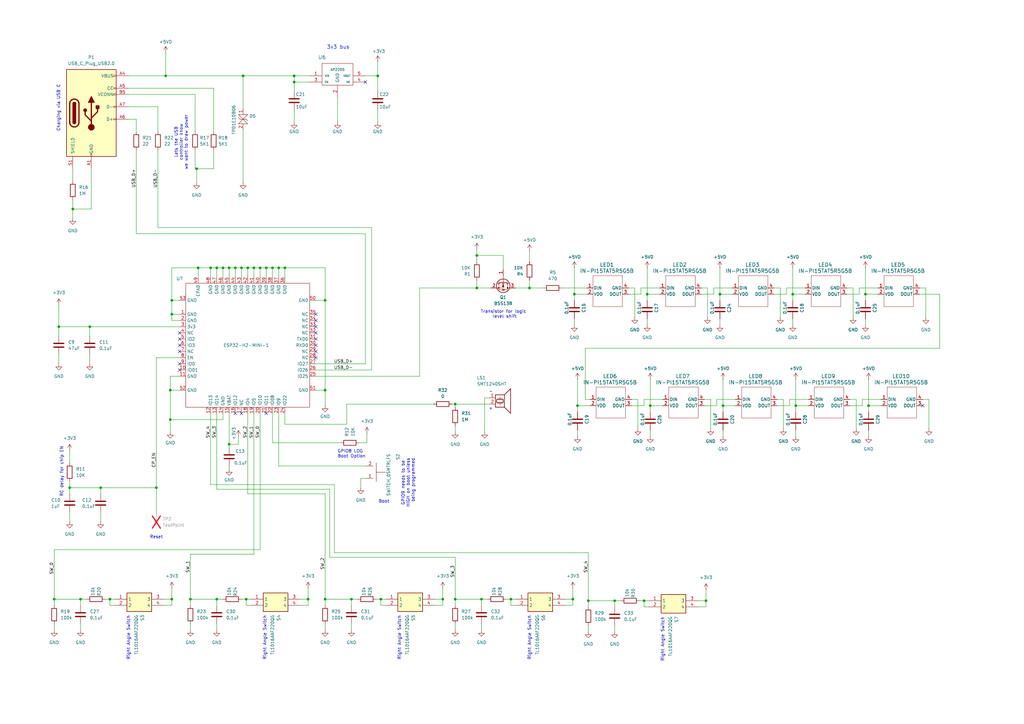
<source format=kicad_sch>
(kicad_sch (version 20250114) (generator "eeschema") (generator_version "9.0")
  (paper "A3")
  (text "3v3 bus" (at 133.985 20.32 0) (effects (font (size 1.524 1.524)) (justify left bottom)))
  (text "Charging via USB C" (at 24.765 53.975 90) (effects (font (size 1.27 1.27)) (justify left bottom)))
  (text "Transistor for logic \nlevel shift" (at 207.01 128.905 0) (effects (font (size 1.27 1.27))))
  (text "Right Angle Switch" (at 52.705 261.62 90) (effects (font (size 1.27 1.27))))
  (text "Right Angle Switch" (at 108.585 261.62 90) (effects (font (size 1.27 1.27))))
  (text "Boot" (at 157.48 205.74 0) (effects (font (size 1.27 1.27))))
  (text "GPIO9 needs to be \nHIGH on boot unless\nbeing programmed" (at 170.18 187.96 90) (effects (font (size 1.27 1.27)) (justify right bottom)))
  (text "GPIO8 LOG\nBoot Option" (at 138.43 187.96 0) (effects (font (size 1.27 1.27)) (justify left bottom)))
  (text "Right Angle Switch" (at 163.83 261.62 90) (effects (font (size 1.27 1.27))))
  (text "-" (at 201.295 160.655 0) (effects (font (size 1.27 1.27))))
  (text "Reset" (at 64.135 220.345 0) (effects (font (size 1.27 1.27))))
  (text "+" (at 201.295 167.64 0) (effects (font (size 1.27 1.27))))
  (text "Lets the USB\ncontroller know\nwe want to draw power" (at 74.295 58.42 90) (effects (font (size 1.27 1.27))))
  (text "RC delay for chip EN" (at 26.035 203.835 90) (effects (font (size 1.27 1.27)) (justify left bottom)))
  (text "Right Angle Switch" (at 217.17 261.62 90) (effects (font (size 1.27 1.27))))
  (text "Right Angle Switch" (at 271.78 262.255 90) (effects (font (size 1.27 1.27))))
  (junction (at 154.94 31.115))
  (junction (at 116.84 109.855))
  (junction (at 93.98 109.855))
  (junction (at 91.44 109.855))
  (junction (at 133.35 245.745))
  (junction (at 41.275 200.025))
  (junction (at 195.58 118.11))
  (junction (at 45.085 245.745))
  (junction (at 296.545 166.37))
  (junction (at 111.76 109.855))
  (junction (at 264.16 246.38))
  (junction (at 104.14 109.855))
  (junction (at 326.39 166.37))
  (junction (at 36.83 133.985))
  (junction (at 109.22 109.855))
  (junction (at 69.85 160.02))
  (junction (at 133.35 160.02))
  (junction (at 120.65 33.655))
  (junction (at 354.965 120.65))
  (junction (at 114.3 109.855))
  (junction (at 96.52 109.855))
  (junction (at 156.21 245.745))
  (junction (at 181.61 245.745))
  (junction (at 241.3 246.38))
  (junction (at 78.105 245.745))
  (junction (at 144.145 245.745))
  (junction (at 69.85 172.085))
  (junction (at 195.58 104.775))
  (junction (at 252.095 246.38))
  (junction (at 217.17 118.11))
  (junction (at 356.235 166.37))
  (junction (at 29.845 85.725))
  (junction (at 209.55 245.745))
  (junction (at 186.69 165.735))
  (junction (at 266.7 166.37))
  (junction (at 80.645 69.215))
  (junction (at 234.95 245.745))
  (junction (at 99.695 31.115))
  (junction (at 70.485 128.905))
  (junction (at 64.135 200.025))
  (junction (at 86.36 109.855))
  (junction (at 106.68 109.855))
  (junction (at 133.35 123.19))
  (junction (at 186.69 245.745))
  (junction (at 22.225 245.745))
  (junction (at 126.365 245.745))
  (junction (at 197.485 245.745))
  (junction (at 235.585 120.65))
  (junction (at 33.02 245.745))
  (junction (at 101.6 109.855))
  (junction (at 100.965 245.745))
  (junction (at 265.43 120.65))
  (junction (at 236.855 166.37))
  (junction (at 70.485 123.19))
  (junction (at 88.9 109.855))
  (junction (at 81.28 109.855))
  (junction (at 88.9 245.745))
  (junction (at 289.56 246.38))
  (junction (at 325.12 120.65))
  (junction (at 28.575 200.025))
  (junction (at 70.485 245.745))
  (junction (at 93.98 182.245))
  (junction (at 67.945 31.115))
  (junction (at 99.06 109.855))
  (junction (at 295.275 120.65))
  (junction (at 120.65 31.115))
  (junction (at 24.13 133.985))
  (no_connect (at 129.54 139.065))
  (no_connect (at 129.54 136.525))
  (no_connect (at 129.54 131.445))
  (no_connect (at 129.54 128.905))
  (no_connect (at 96.52 169.545))
  (no_connect (at 73.66 151.765))
  (no_connect (at 99.06 169.545))
  (no_connect (at 149.86 33.655))
  (no_connect (at 129.54 146.685))
  (no_connect (at 73.66 144.145))
  (no_connect (at 129.54 141.605))
  (no_connect (at 109.22 169.545))
  (no_connect (at 129.54 144.145))
  (no_connect (at 73.66 149.225))
  (no_connect (at 129.54 133.985))
  (no_connect (at 73.66 139.065))
  (no_connect (at 73.66 136.525))
  (no_connect (at 73.66 141.605))
  (no_connect (at 378.46 166.37))
  (wire (pts (xy 231.775 248.285) (xy 234.95 248.285)))
  (wire (pts (xy 106.68 109.855) (xy 109.22 109.855)))
  (wire (pts (xy 91.44 109.855) (xy 93.98 109.855)))
  (wire (pts (xy 45.085 245.745) (xy 45.085 248.285)))
  (wire (pts (xy 377.19 120.65) (xy 385.445 120.65)))
  (wire (pts (xy 69.85 160.02) (xy 69.85 154.305)))
  (wire (pts (xy 111.76 169.545) (xy 111.76 181.61)))
  (wire (pts (xy 111.76 109.855) (xy 114.3 109.855)))
  (wire (pts (xy 123.19 248.285) (xy 126.365 248.285)))
  (wire (pts (xy 78.105 245.745) (xy 78.105 248.285)))
  (wire (pts (xy 73.66 131.445) (xy 70.485 131.445)))
  (wire (pts (xy 138.43 50.165) (xy 138.43 40.005)))
  (wire (pts (xy 93.98 182.245) (xy 97.79 182.245)))
  (wire (pts (xy 287.655 120.65) (xy 292.735 120.65)))
  (wire (pts (xy 133.35 123.19) (xy 133.35 160.02)))
  (wire (pts (xy 24.13 133.985) (xy 24.13 137.795)))
  (wire (pts (xy 28.575 210.185) (xy 28.575 213.995)))
  (wire (pts (xy 147.955 196.215) (xy 147.955 200.025)))
  (wire (pts (xy 154.94 31.115) (xy 154.94 37.465)))
  (wire (pts (xy 240.03 163.83) (xy 240.03 142.875)))
  (wire (pts (xy 356.235 155.575) (xy 356.235 166.37)))
  (wire (pts (xy 135.255 200.66) (xy 88.9 200.66)))
  (wire (pts (xy 326.39 166.37) (xy 326.39 168.91)))
  (wire (pts (xy 206.375 104.775) (xy 195.58 104.775)))
  (wire (pts (xy 28.575 200.025) (xy 28.575 202.565)))
  (wire (pts (xy 133.35 245.745) (xy 133.35 248.285)))
  (wire (pts (xy 88.9 109.855) (xy 91.44 109.855)))
  (wire (pts (xy 93.98 109.855) (xy 93.98 113.665)))
  (wire (pts (xy 235.585 120.65) (xy 235.585 123.19)))
  (wire (pts (xy 144.145 245.745) (xy 146.685 245.745)))
  (wire (pts (xy 241.3 246.38) (xy 241.3 248.92)))
  (wire (pts (xy 80.645 69.215) (xy 80.645 74.93)))
  (wire (pts (xy 265.43 120.65) (xy 270.51 120.65)))
  (wire (pts (xy 325.12 120.65) (xy 330.2 120.65)))
  (wire (pts (xy 147.955 196.215) (xy 150.495 196.215)))
  (wire (pts (xy 209.55 248.285) (xy 211.455 248.285)))
  (wire (pts (xy 257.81 118.11) (xy 260.35 118.11)))
  (wire (pts (xy 29.845 85.725) (xy 37.465 85.725)))
  (wire (pts (xy 88.9 109.855) (xy 88.9 113.665)))
  (wire (pts (xy 144.145 245.745) (xy 144.145 248.285)))
  (wire (pts (xy 70.485 241.3) (xy 70.485 245.745)))
  (wire (pts (xy 93.98 169.545) (xy 93.98 182.245)))
  (wire (pts (xy 116.84 109.855) (xy 116.84 113.665)))
  (wire (pts (xy 86.36 109.855) (xy 86.36 113.665)))
  (wire (pts (xy 29.845 81.915) (xy 29.845 85.725)))
  (wire (pts (xy 99.695 74.93) (xy 99.695 53.34)))
  (wire (pts (xy 86.36 109.855) (xy 88.9 109.855)))
  (wire (pts (xy 133.35 202.565) (xy 101.6 202.565)))
  (wire (pts (xy 135.255 228.6) (xy 186.69 228.6)))
  (wire (pts (xy 257.81 120.65) (xy 262.89 120.65)))
  (wire (pts (xy 295.275 130.81) (xy 295.275 133.35)))
  (wire (pts (xy 52.705 48.895) (xy 55.88 48.895)))
  (wire (pts (xy 64.77 93.345) (xy 152.4 93.345)))
  (wire (pts (xy 101.6 202.565) (xy 101.6 169.545)))
  (wire (pts (xy 133.35 109.855) (xy 133.35 123.19)))
  (wire (pts (xy 137.16 198.755) (xy 86.36 198.755)))
  (wire (pts (xy 147.32 181.61) (xy 150.495 181.61)))
  (wire (pts (xy 296.545 155.575) (xy 296.545 166.37)))
  (wire (pts (xy 211.455 118.11) (xy 217.17 118.11)))
  (wire (pts (xy 262.89 120.65) (xy 262.89 118.11)))
  (wire (pts (xy 81.28 113.665) (xy 81.28 109.855)))
  (wire (pts (xy 69.85 160.02) (xy 73.66 160.02)))
  (wire (pts (xy 133.35 245.745) (xy 144.145 245.745)))
  (wire (pts (xy 296.545 166.37) (xy 301.625 166.37)))
  (wire (pts (xy 70.485 248.285) (xy 70.485 245.745)))
  (wire (pts (xy 37.465 85.725) (xy 37.465 69.215)))
  (wire (pts (xy 265.43 120.65) (xy 265.43 123.19)))
  (wire (pts (xy 209.55 245.745) (xy 207.645 245.745)))
  (wire (pts (xy 323.85 163.83) (xy 331.47 163.83)))
  (wire (pts (xy 381 163.83) (xy 381 175.895)))
  (wire (pts (xy 321.31 163.83) (xy 321.31 175.895)))
  (wire (pts (xy 318.77 163.83) (xy 321.31 163.83)))
  (wire (pts (xy 154.94 50.165) (xy 154.94 45.085)))
  (wire (pts (xy 195.58 114.935) (xy 195.58 118.11)))
  (wire (pts (xy 294.005 163.83) (xy 301.625 163.83)))
  (wire (pts (xy 325.12 109.855) (xy 325.12 120.65)))
  (wire (pts (xy 149.86 95.885) (xy 55.88 95.885)))
  (wire (pts (xy 100.965 245.745) (xy 100.965 248.285)))
  (wire (pts (xy 241.3 246.38) (xy 252.095 246.38)))
  (wire (pts (xy 120.65 45.085) (xy 120.65 50.165)))
  (wire (pts (xy 352.425 120.65) (xy 352.425 118.11)))
  (wire (pts (xy 354.965 120.65) (xy 360.045 120.65)))
  (wire (pts (xy 99.06 109.855) (xy 99.06 113.665)))
  (wire (pts (xy 186.69 245.745) (xy 186.69 248.285)))
  (wire (pts (xy 186.69 245.745) (xy 197.485 245.745)))
  (wire (pts (xy 102.87 245.745) (xy 100.965 245.745)))
  (wire (pts (xy 198.755 163.195) (xy 198.755 177.165)))
  (wire (pts (xy 261.62 163.83) (xy 261.62 175.895)))
  (wire (pts (xy 116.84 173.99) (xy 142.24 173.99)))
  (wire (pts (xy 120.65 33.655) (xy 120.65 37.465)))
  (wire (pts (xy 126.365 241.3) (xy 126.365 245.745)))
  (wire (pts (xy 156.21 248.285) (xy 158.115 248.285)))
  (wire (pts (xy 106.68 169.545) (xy 106.68 225.425)))
  (wire (pts (xy 264.16 166.37) (xy 264.16 163.83)))
  (wire (pts (xy 241.3 226.695) (xy 137.16 226.695)))
  (wire (pts (xy 114.3 109.855) (xy 114.3 113.665)))
  (wire (pts (xy 100.965 245.745) (xy 99.06 245.745)))
  (wire (pts (xy 259.08 166.37) (xy 264.16 166.37)))
  (wire (pts (xy 320.04 118.11) (xy 320.04 130.175)))
  (wire (pts (xy 22.225 245.745) (xy 22.225 225.425)))
  (wire (pts (xy 217.17 102.87) (xy 217.17 107.315)))
  (wire (pts (xy 133.35 245.745) (xy 133.35 202.565)))
  (wire (pts (xy 240.03 142.875) (xy 385.445 142.875)))
  (wire (pts (xy 326.39 155.575) (xy 326.39 166.37)))
  (wire (pts (xy 322.58 118.11) (xy 330.2 118.11)))
  (wire (pts (xy 129.54 149.225) (xy 149.86 149.225)))
  (wire (pts (xy 100.965 248.285) (xy 102.87 248.285)))
  (wire (pts (xy 323.85 166.37) (xy 323.85 163.83)))
  (wire (pts (xy 206.375 110.49) (xy 206.375 104.775)))
  (wire (pts (xy 295.275 120.65) (xy 295.275 123.19)))
  (wire (pts (xy 70.485 128.905) (xy 70.485 123.19)))
  (wire (pts (xy 286.385 248.92) (xy 289.56 248.92)))
  (wire (pts (xy 252.095 246.38) (xy 254.635 246.38)))
  (wire (pts (xy 325.12 120.65) (xy 325.12 123.19)))
  (wire (pts (xy 116.84 169.545) (xy 116.84 173.99)))
  (wire (pts (xy 236.855 166.37) (xy 241.935 166.37)))
  (wire (pts (xy 70.485 123.19) (xy 70.485 109.855)))
  (wire (pts (xy 209.55 245.745) (xy 209.55 248.285)))
  (wire (pts (xy 356.235 176.53) (xy 356.235 179.07)))
  (wire (pts (xy 197.485 255.905) (xy 197.485 258.445)))
  (wire (pts (xy 80.01 38.735) (xy 80.01 53.975)))
  (wire (pts (xy 318.77 166.37) (xy 323.85 166.37)))
  (wire (pts (xy 99.695 31.115) (xy 120.65 31.115)))
  (wire (pts (xy 64.77 61.595) (xy 64.77 93.345)))
  (wire (pts (xy 36.83 145.415) (xy 36.83 149.225)))
  (wire (pts (xy 317.5 118.11) (xy 320.04 118.11)))
  (wire (pts (xy 385.445 142.875) (xy 385.445 120.65)))
  (wire (pts (xy 195.58 102.235) (xy 195.58 104.775)))
  (wire (pts (xy 354.965 109.855) (xy 354.965 120.65)))
  (wire (pts (xy 55.88 61.595) (xy 55.88 95.885)))
  (wire (pts (xy 67.945 31.115) (xy 99.695 31.115)))
  (wire (pts (xy 266.7 176.53) (xy 266.7 179.07)))
  (wire (pts (xy 106.68 109.855) (xy 106.68 113.665)))
  (wire (pts (xy 197.485 245.745) (xy 200.025 245.745)))
  (wire (pts (xy 46.99 245.745) (xy 45.085 245.745)))
  (wire (pts (xy 88.9 245.745) (xy 88.9 248.285)))
  (wire (pts (xy 88.9 200.66) (xy 88.9 169.545)))
  (wire (pts (xy 28.575 200.025) (xy 41.275 200.025)))
  (wire (pts (xy 379.73 118.11) (xy 379.73 130.175)))
  (wire (pts (xy 104.14 227.33) (xy 104.14 169.545)))
  (wire (pts (xy 78.105 255.905) (xy 78.105 258.445)))
  (wire (pts (xy 235.585 130.81) (xy 235.585 133.35)))
  (wire (pts (xy 262.89 118.11) (xy 270.51 118.11)))
  (wire (pts (xy 266.7 155.575) (xy 266.7 166.37)))
  (wire (pts (xy 129.54 154.305) (xy 172.085 154.305)))
  (wire (pts (xy 22.225 245.745) (xy 22.225 248.285)))
  (wire (pts (xy 356.235 166.37) (xy 356.235 168.91)))
  (wire (pts (xy 120.65 31.115) (xy 127 31.115)))
  (wire (pts (xy 137.16 226.695) (xy 137.16 198.755)))
  (wire (pts (xy 356.235 166.37) (xy 361.315 166.37)))
  (wire (pts (xy 185.42 165.735) (xy 186.69 165.735)))
  (wire (pts (xy 33.02 255.905) (xy 33.02 258.445)))
  (wire (pts (xy 70.485 123.19) (xy 73.66 123.19)))
  (wire (pts (xy 149.86 31.115) (xy 154.94 31.115)))
  (wire (pts (xy 326.39 176.53) (xy 326.39 179.07)))
  (wire (pts (xy 289.56 248.92) (xy 289.56 246.38)))
  (wire (pts (xy 22.225 255.905) (xy 22.225 258.445)))
  (wire (pts (xy 109.22 109.855) (xy 111.76 109.855)))
  (wire (pts (xy 186.69 174.625) (xy 186.69 177.165)))
  (wire (pts (xy 288.925 166.37) (xy 294.005 166.37)))
  (wire (pts (xy 22.225 245.745) (xy 33.02 245.745)))
  (wire (pts (xy 116.84 109.855) (xy 133.35 109.855)))
  (wire (pts (xy 78.105 227.33) (xy 78.105 245.745)))
  (wire (pts (xy 52.705 36.195) (xy 87.63 36.195)))
  (wire (pts (xy 41.275 210.185) (xy 41.275 213.995)))
  (wire (pts (xy 78.105 227.33) (xy 104.14 227.33)))
  (wire (pts (xy 289.56 241.935) (xy 289.56 246.38)))
  (wire (pts (xy 88.9 245.745) (xy 91.44 245.745)))
  (wire (pts (xy 96.52 109.855) (xy 99.06 109.855)))
  (wire (pts (xy 88.9 255.905) (xy 88.9 258.445)))
  (wire (pts (xy 24.13 145.415) (xy 24.13 149.225)))
  (wire (pts (xy 234.95 248.285) (xy 234.95 245.745)))
  (wire (pts (xy 348.615 166.37) (xy 353.695 166.37)))
  (wire (pts (xy 129.54 123.19) (xy 133.35 123.19)))
  (wire (pts (xy 111.76 109.855) (xy 111.76 113.665)))
  (wire (pts (xy 97.79 182.245) (xy 97.79 179.07)))
  (wire (pts (xy 101.6 109.855) (xy 104.14 109.855)))
  (wire (pts (xy 80.645 69.215) (xy 80.01 69.215)))
  (wire (pts (xy 172.085 118.11) (xy 195.58 118.11)))
  (wire (pts (xy 64.135 146.685) (xy 73.66 146.685)))
  (wire (pts (xy 294.005 166.37) (xy 294.005 163.83)))
  (wire (pts (xy 241.3 226.695) (xy 241.3 246.38)))
  (wire (pts (xy 36.83 133.985) (xy 36.83 137.795)))
  (wire (pts (xy 70.485 109.855) (xy 81.28 109.855)))
  (wire (pts (xy 52.705 31.115) (xy 67.945 31.115)))
  (wire (pts (xy 241.3 256.54) (xy 241.3 259.08)))
  (wire (pts (xy 135.255 200.66) (xy 135.255 228.6)))
  (wire (pts (xy 114.3 191.135) (xy 150.495 191.135)))
  (wire (pts (xy 264.16 246.38) (xy 262.255 246.38)))
  (wire (pts (xy 317.5 120.65) (xy 322.58 120.65)))
  (wire (pts (xy 154.94 31.115) (xy 154.94 25.4)))
  (wire (pts (xy 129.54 160.02) (xy 133.35 160.02)))
  (wire (pts (xy 45.085 245.745) (xy 43.18 245.745)))
  (wire (pts (xy 217.17 118.11) (xy 222.885 118.11)))
  (wire (pts (xy 353.695 166.37) (xy 353.695 163.83)))
  (wire (pts (xy 172.085 154.305) (xy 172.085 118.11)))
  (wire (pts (xy 234.95 241.3) (xy 234.95 245.745)))
  (wire (pts (xy 67.31 245.745) (xy 70.485 245.745)))
  (wire (pts (xy 186.69 255.905) (xy 186.69 258.445)))
  (wire (pts (xy 144.145 255.905) (xy 144.145 258.445)))
  (wire (pts (xy 87.63 69.215) (xy 87.63 61.595)))
  (wire (pts (xy 64.135 200.025) (xy 64.135 210.82)))
  (wire (pts (xy 230.505 118.11) (xy 240.665 118.11)))
  (wire (pts (xy 111.76 181.61) (xy 139.7 181.61)))
  (wire (pts (xy 78.105 245.745) (xy 88.9 245.745)))
  (wire (pts (xy 211.455 245.745) (xy 209.55 245.745)))
  (wire (pts (xy 235.585 109.855) (xy 235.585 120.65)))
  (wire (pts (xy 181.61 241.3) (xy 181.61 245.745)))
  (wire (pts (xy 266.7 166.37) (xy 271.78 166.37)))
  (wire (pts (xy 354.965 130.81) (xy 354.965 133.35)))
  (wire (pts (xy 127 33.655) (xy 120.65 33.655)))
  (wire (pts (xy 33.02 245.745) (xy 35.56 245.745)))
  (wire (pts (xy 264.16 246.38) (xy 264.16 248.92)))
  (wire (pts (xy 87.63 36.195) (xy 87.63 53.975)))
  (wire (pts (xy 235.585 120.65) (xy 240.665 120.65)))
  (wire (pts (xy 81.28 109.855) (xy 86.36 109.855)))
  (wire (pts (xy 353.695 163.83) (xy 361.315 163.83)))
  (wire (pts (xy 36.83 133.985) (xy 73.66 133.985)))
  (wire (pts (xy 123.19 245.745) (xy 126.365 245.745)))
  (wire (pts (xy 86.36 198.755) (xy 86.36 169.545)))
  (wire (pts (xy 352.425 118.11) (xy 360.045 118.11)))
  (wire (pts (xy 99.695 31.115) (xy 99.695 44.45)))
  (wire (pts (xy 347.345 120.65) (xy 352.425 120.65)))
  (wire (pts (xy 158.115 245.745) (xy 156.21 245.745)))
  (wire (pts (xy 252.095 256.54) (xy 252.095 259.08)))
  (wire (pts (xy 265.43 109.855) (xy 265.43 120.65)))
  (wire (pts (xy 104.14 109.855) (xy 106.68 109.855)))
  (wire (pts (xy 195.58 104.775) (xy 195.58 107.315)))
  (wire (pts (xy 69.85 172.085) (xy 69.85 177.165)))
  (wire (pts (xy 109.22 109.855) (xy 109.22 113.665)))
  (wire (pts (xy 80.01 61.595) (xy 80.01 69.215)))
  (wire (pts (xy 41.275 200.025) (xy 64.135 200.025)))
  (wire (pts (xy 129.54 151.765) (xy 152.4 151.765)))
  (wire (pts (xy 120.65 31.115) (xy 120.65 33.655)))
  (wire (pts (xy 259.08 163.83) (xy 261.62 163.83)))
  (wire (pts (xy 93.98 109.855) (xy 96.52 109.855)))
  (wire (pts (xy 142.24 165.735) (xy 177.8 165.735)))
  (wire (pts (xy 104.14 109.855) (xy 104.14 113.665)))
  (wire (pts (xy 326.39 166.37) (xy 331.47 166.37)))
  (wire (pts (xy 55.88 48.895) (xy 55.88 53.975)))
  (wire (pts (xy 325.12 130.81) (xy 325.12 133.35)))
  (wire (pts (xy 195.58 118.11) (xy 201.295 118.11)))
  (wire (pts (xy 288.925 163.83) (xy 291.465 163.83)))
  (wire (pts (xy 64.135 146.685) (xy 64.135 200.025)))
  (wire (pts (xy 292.735 120.65) (xy 292.735 118.11)))
  (wire (pts (xy 156.21 245.745) (xy 156.21 248.285)))
  (wire (pts (xy 347.345 118.11) (xy 349.885 118.11)))
  (wire (pts (xy 70.485 131.445) (xy 70.485 128.905)))
  (wire (pts (xy 252.095 246.38) (xy 252.095 248.92)))
  (wire (pts (xy 264.16 163.83) (xy 271.78 163.83)))
  (wire (pts (xy 156.21 245.745) (xy 154.305 245.745)))
  (wire (pts (xy 296.545 166.37) (xy 296.545 168.91)))
  (wire (pts (xy 351.155 163.83) (xy 351.155 175.895)))
  (wire (pts (xy 33.02 245.745) (xy 33.02 248.285)))
  (wire (pts (xy 133.35 160.02) (xy 133.35 166.37)))
  (wire (pts (xy 236.855 155.575) (xy 236.855 166.37)))
  (wire (pts (xy 133.35 255.905) (xy 133.35 258.445)))
  (wire (pts (xy 197.485 245.745) (xy 197.485 248.285)))
  (wire (pts (xy 236.855 166.37) (xy 236.855 168.91)))
  (wire (pts (xy 69.85 160.02) (xy 69.85 172.085)))
  (wire (pts (xy 236.855 176.53) (xy 236.855 179.07)))
  (wire (pts (xy 186.69 165.735) (xy 186.69 167.005)))
  (wire (pts (xy 322.58 120.65) (xy 322.58 118.11)))
  (wire (pts (xy 45.085 248.285) (xy 46.99 248.285)))
  (wire (pts (xy 349.885 118.11) (xy 349.885 130.175)))
  (wire (pts (xy 152.4 93.345) (xy 152.4 151.765)))
  (wire (pts (xy 296.545 176.53) (xy 296.545 179.07)))
  (wire (pts (xy 186.69 165.735) (xy 200.66 165.735)))
  (wire (pts (xy 67.945 21.59) (xy 67.945 31.115)))
  (wire (pts (xy 41.275 200.025) (xy 41.275 202.565)))
  (wire (pts (xy 149.86 149.225) (xy 149.86 95.885)))
  (wire (pts (xy 64.77 43.815) (xy 52.705 43.815)))
  (wire (pts (xy 291.465 163.83) (xy 291.465 175.895)))
  (wire (pts (xy 266.065 246.38) (xy 264.16 246.38)))
  (wire (pts (xy 231.775 245.745) (xy 234.95 245.745)))
  (wire (pts (xy 67.31 248.285) (xy 70.485 248.285)))
  (wire (pts (xy 99.06 109.855) (xy 101.6 109.855)))
  (wire (pts (xy 91.44 109.855) (xy 91.44 113.665)))
  (wire (pts (xy 287.655 118.11) (xy 290.195 118.11)))
  (wire (pts (xy 217.17 114.935) (xy 217.17 118.11)))
  (wire (pts (xy 24.13 133.985) (xy 36.83 133.985)))
  (wire (pts (xy 29.845 85.725) (xy 29.845 89.535)))
  (wire (pts (xy 286.385 246.38) (xy 289.56 246.38)))
  (wire (pts (xy 22.225 225.425) (xy 106.68 225.425)))
  (wire (pts (xy 290.195 118.11) (xy 290.195 130.175)))
  (wire (pts (xy 114.3 169.545) (xy 114.3 191.135)))
  (wire (pts (xy 114.3 109.855) (xy 116.84 109.855)))
  (wire (pts (xy 64.77 53.975) (xy 64.77 43.815)))
  (wire (pts (xy 70.485 128.905) (xy 73.66 128.905)))
  (wire (pts (xy 142.24 173.99) (xy 142.24 165.735)))
  (wire (pts (xy 101.6 109.855) (xy 101.6 113.665)))
  (wire (pts (xy 378.46 163.83) (xy 381 163.83)))
  (wire (pts (xy 80.645 69.215) (xy 87.63 69.215)))
  (wire (pts (xy 377.19 118.11) (xy 379.73 118.11)))
  (wire (pts (xy 181.61 248.285) (xy 181.61 245.745)))
  (wire (pts (xy 52.705 38.735) (xy 80.01 38.735)))
  (wire (pts (xy 28.575 197.485) (xy 28.575 200.025)))
  (wire (pts (xy 28.575 184.785) (xy 28.575 189.865)))
  (wire (pts (xy 348.615 163.83) (xy 351.155 163.83)))
  (wire (pts (xy 354.965 120.65) (xy 354.965 123.19)))
  (wire (pts (xy 178.435 245.745) (xy 181.61 245.745)))
  (wire (pts (xy 29.845 69.215) (xy 29.845 74.295)))
  (wire (pts (xy 150.495 177.8) (xy 150.495 181.61)))
  (wire (pts (xy 292.735 118.11) (xy 300.355 118.11)))
  (wire (pts (xy 295.275 120.65) (xy 300.355 120.65)))
  (wire (pts (xy 260.35 118.11) (xy 260.35 130.175)))
  (wire (pts (xy 198.755 163.195) (xy 200.66 163.195)))
  (wire (pts (xy 265.43 130.81) (xy 265.43 133.35)))
  (wire (pts (xy 91.44 169.545) (xy 91.44 172.085)))
  (wire (pts (xy 96.52 109.855) (xy 96.52 113.665)))
  (wire (pts (xy 93.98 183.515) (xy 93.98 182.245)))
  (wire (pts (xy 69.85 172.085) (xy 91.44 172.085)))
  (wire (pts (xy 178.435 248.285) (xy 181.61 248.285)))
  (wire (pts (xy 241.935 163.83) (xy 240.03 163.83)))
  (wire (pts (xy 93.98 191.135) (xy 93.98 192.405)))
  (wire (pts (xy 186.69 228.6) (xy 186.69 245.745)))
  (wire (pts (xy 24.13 125.095) (xy 24.13 133.985)))
  (wire (pts (xy 126.365 248.285) (xy 126.365 245.745)))
  (wire (pts (xy 266.7 166.37) (xy 266.7 168.91)))
  (wire (pts (xy 264.16 248.92) (xy 266.065 248.92)))
  (wire (pts (xy 69.85 154.305) (xy 73.66 154.305)))
  (wire (pts (xy 295.275 109.855) (xy 295.275 120.65)))
  (label "CP_EN" (at 64.135 191.77 90))
  (label "SW_3" (at 186.69 236.855 90))
  (label "SW_0" (at 106.68 179.705 90))
  (label "USB_D-" (at 144.78 151.765 180))
  (label "USB_D+" (at 55.88 69.215 270))
  (label "SW_2" (at 101.6 179.705 90))
  (label "SW_2" (at 133.35 233.6772 90))
  (label "USB_D-" (at 64.77 69.215 270))
  (label "SW_4" (at 241.3 234.95 90))
  (label "SW_4" (at 86.36 179.705 90))
  (label "SW_0" (at 22.225 235.585 90))
  (label "SW_1" (at 104.14 179.705 90))
  (label "SW_1" (at 78.105 234.95 90))
  (label "SW_3" (at 88.9 179.705 90))
  (label "USB_D+" (at 144.78 149.225 180))
  (symbol (lib_id "power:+3V3") (at 24.13 125.095 0) (unit 1)
    (property "Reference" "#PWR014" (effects (hide yes)))
    (property "Value" "+3V3" (at 24.13 120.015 0))
  )
  (symbol (lib_id "Device:R") (at 181.61 165.735 270) (mirror x) (unit 1)
    (property "Reference" "R32" (at 181.61 160.02 90))
    (property "Value" "0" (at 181.61 162.56 90))
    (property "Footprint" "Resistor_SMD:R_0603_1608Metric" (effects (hide yes)))
  )
  (symbol (lib_name "GND_1") (lib_id "power:GND") (at 133.35 166.37 0) (unit 1)
    (property "Reference" "#PWR023" (effects (hide yes)))
    (property "Value" "GND" (at 133.35 170.815 0))
  )
  (symbol (lib_id "custom_IC:TL4100AF240QG_") (at 154.305 192.405 180) (unit 1)
    (property "Reference" "S2" (at 163.195 186.055 90) (effects (justify left)))
    (property "Value" "SWITCH_0SMTRLFS" (at 159.385 186.055 90) (effects (justify left)))
    (property "Footprint" "kicad_reformed_custom_IC:SWITCH_0SMTRLFS" (effects (hide yes)))
  )
  (symbol (lib_id "power:GND") (at 325.12 133.35 0) (unit 1)
    (property "Reference" "#PWR065" (effects (hide yes)))
    (property "Value" "GND" (at 325.12 138.43 0))
    (property "Description" "Power symbol creates a global label with name \"GND\" , ground" (effects (hide yes)))
  )
  (symbol (lib_id "power:+5VD") (at 295.275 109.855 0) (unit 1)
    (property "Reference" "#PWR010" (effects (hide yes)))
    (property "Value" "+5VD" (at 295.275 105.41 0))
    (property "Description" "Power symbol creates a global label with name \"+5VD\"" (effects (hide yes)))
  )
  (symbol (lib_id "Device:C") (at 295.275 127 0) (unit 1)
    (property "Reference" "C24" (at 299.085 128.27 90) (effects (justify left)))
    (property "Value" "0.1uF" (at 292.1 128.905 90) (effects (justify left)))
    (property "Footprint" "Capacitor_SMD:C_0603_1608Metric" (effects (hide yes)))
    (property "Description" "Unpolarized capacitor" (effects (hide yes)))
  )
  (symbol (lib_id "Device:C") (at 24.13 141.605 0) (unit 1)
    (property "Reference" "C9" (at 27.94 140.335 0) (effects (justify left)))
    (property "Value" "47uF" (at 27.94 142.875 0) (effects (justify left)))
    (property "Footprint" "Capacitor_SMD:C_0603_1608Metric" (effects (hide yes)))
  )
  (symbol (lib_id "power:+3V3") (at 28.575 184.785 0) (unit 1)
    (property "Reference" "#PWR016" (effects (hide yes)))
    (property "Value" "+3V3" (at 28.575 179.705 0))
  )
  (symbol (lib_id "Device:R") (at 22.225 252.095 0) (unit 1)
    (property "Reference" "R19" (at 24.765 250.8249 0) (effects (justify left)))
    (property "Value" "100k" (at 24.765 253.3649 0) (effects (justify left)))
    (property "Footprint" "Resistor_SMD:R_0603_1608Metric" (effects (hide yes)))
  )
  (symbol (lib_name "GND_1") (lib_id "power:GND") (at 69.85 177.165 0) (unit 1)
    (property "Reference" "#PWR020" (effects (hide yes)))
    (property "Value" "GND" (at 69.85 181.61 0))
  )
  (symbol (lib_id "power:GND") (at 260.35 130.175 0) (unit 1)
    (property "Reference" "#PWR058" (effects (hide yes)))
    (property "Value" "GND" (at 260.35 135.255 0))
    (property "Description" "Power symbol creates a global label with name \"GND\" , ground" (effects (hide yes)))
  )
  (symbol (lib_id "custom_IC:TPD1E10B06DPYR") (at 99.695 48.895 0) (unit 1)
    (property "Reference" "D5" (at 102.235 47.6249 0) (effects (justify left)))
    (property "Value" "TPD1E10B06" (at 95.885 55.245 90) (effects (justify left)))
    (property "Footprint" "Diode_SMD:D_SOD-523" (effects (hide yes)))
  )
  (symbol (lib_id "power:GND") (at 321.31 175.895 0) (unit 1)
    (property "Reference" "#PWR077" (effects (hide yes)))
    (property "Value" "GND" (at 321.31 180.975 0))
    (property "Description" "Power symbol creates a global label with name \"GND\" , ground" (effects (hide yes)))
  )
  (symbol (lib_id "power:GND") (at 235.585 133.35 0) (unit 1)
    (property "Reference" "#PWR062" (effects (hide yes)))
    (property "Value" "GND" (at 235.585 138.43 0))
    (property "Description" "Power symbol creates a global label with name \"GND\" , ground" (effects (hide yes)))
  )
  (symbol (lib_id "Device:R") (at 29.845 78.105 0) (unit 1)
    (property "Reference" "R16" (at 32.385 76.8349 0) (effects (justify left)))
    (property "Value" "1M" (at 32.385 79.3749 0) (effects (justify left)))
    (property "Footprint" "Resistor_SMD:R_0603_1608Metric" (effects (hide yes)))
  )
  (symbol (lib_id "Device:R") (at 78.105 252.095 0) (unit 1)
    (property "Reference" "R23" (at 80.645 250.8249 0) (effects (justify left)))
    (property "Value" "100k" (at 80.645 253.3649 0) (effects (justify left)))
    (property "Footprint" "Resistor_SMD:R_0603_1608Metric" (effects (hide yes)))
  )
  (symbol (lib_id "Device:Speaker_Crystal") (at 205.74 163.195 0) (unit 1)
    (property "Reference" "LS1" (at 195.58 154.94 0) (effects (justify left)))
    (property "Value" "SMT1240SHT" (at 195.58 157.48 0) (effects (justify left)))
    (property "Footprint" "kicad_reformed_custom_IC:SMT1240SHT" (effects (hide yes)))
    (property "Description" "Crystal speaker/transducer" (effects (hide yes)))
  )
  (symbol (lib_id "Device:C") (at 88.9 252.095 0) (unit 1)
    (property "Reference" "C30" (at 92.71 250.8249 0) (effects (justify left)))
    (property "Value" "0.1uF" (at 92.71 253.3649 0) (effects (justify left)))
    (property "Footprint" "Capacitor_SMD:C_0603_1608Metric" (effects (hide yes)))
  )
  (symbol (lib_id "power:+5VD") (at 325.12 109.855 0) (unit 1)
    (property "Reference" "#PWR011" (effects (hide yes)))
    (property "Value" "+5VD" (at 325.12 105.41 0))
    (property "Description" "Power symbol creates a global label with name \"+5VD\"" (effects (hide yes)))
  )
  (symbol (lib_id "Device:R") (at 217.17 111.125 180) (unit 1)
    (property "Reference" "R4" (at 214.63 112.395 0) (effects (justify left)))
    (property "Value" "10K" (at 214.63 109.855 0) (effects (justify left)))
    (property "Footprint" "Resistor_SMD:R_0603_1608Metric" (effects (hide yes)))
  )
  (symbol (lib_id "power:GND") (at 295.275 133.35 0) (unit 1)
    (property "Reference" "#PWR064" (effects (hide yes)))
    (property "Value" "GND" (at 295.275 138.43 0))
    (property "Description" "Power symbol creates a global label with name \"GND\" , ground" (effects (hide yes)))
  )
  (symbol (lib_id "power:GND") (at 349.885 130.175 0) (unit 1)
    (property "Reference" "#PWR061" (effects (hide yes)))
    (property "Value" "GND" (at 349.885 135.255 0))
    (property "Description" "Power symbol creates a global label with name \"GND\" , ground" (effects (hide yes)))
  )
  (symbol (lib_id "power:+3V3") (at 289.56 241.935 0) (unit 1)
    (property "Reference" "#PWR093" (effects (hide yes)))
    (property "Value" "+3V3" (at 289.56 236.855 0))
  )
  (symbol (lib_id "power:GND") (at 133.35 258.445 0) (unit 1)
    (property "Reference" "#PWR085" (effects (hide yes)))
    (property "Value" "GND" (at 133.35 263.525 0))
  )
  (symbol (lib_id "Device:R") (at 203.835 245.745 90) (unit 1)
    (property "Reference" "R28" (at 205.105 240.665 0) (effects (justify right)))
    (property "Value" "10k" (at 202.565 240.665 0) (effects (justify right)))
    (property "Footprint" "Resistor_SMD:R_0603_1608Metric" (effects (hide yes)))
  )
  (symbol (lib_id "custom_IC:IN-PI15TAT5R5G5B") (at 339.725 164.465 0) (unit 1)
    (property "Reference" "LED9" (at 339.725 154.305 0) (effects (font (size 1.524 1.524))))
    (property "Value" "IN-PI15TAT5R5G5B" (at 339.725 156.845 0) (effects (font (size 1.524 1.524))))
    (property "Footprint" "custom_IC:IN-PI15_INL" (effects (hide yes)))
    (property "Datasheet" "IN-PI15TAT5R5G5B" (effects (hide yes)))
  )
  (symbol (lib_id "power:GND") (at 236.855 179.07 0) (unit 1)
    (property "Reference" "#PWR069" (effects (hide yes)))
    (property "Value" "GND" (at 236.855 184.15 0))
    (property "Description" "Power symbol creates a global label with name \"GND\" , ground" (effects (hide yes)))
  )
  (symbol (lib_id "power:GND") (at 28.575 213.995 0) (unit 1)
    (property "Reference" "#PWR017" (effects (hide yes)))
    (property "Value" "GND" (at 28.575 219.075 0))
  )
  (symbol (lib_id "power:GND") (at 80.645 74.93 0) (unit 1)
    (property "Reference" "#PWR034" (effects (hide yes)))
    (property "Value" "GND" (at 80.645 80.01 0))
  )
  (symbol (lib_id "power:+3V3") (at 126.365 241.3 0) (unit 1)
    (property "Reference" "#PWR084" (effects (hide yes)))
    (property "Value" "+3V3" (at 126.365 236.22 0))
  )
  (symbol (lib_id "custom_IC:IN-PI15TAT5R5G5B") (at 250.19 164.465 0) (unit 1)
    (property "Reference" "LED6" (at 250.19 154.305 0) (effects (font (size 1.524 1.524))))
    (property "Value" "IN-PI15TAT5R5G5B" (at 250.19 156.845 0) (effects (font (size 1.524 1.524))))
    (property "Footprint" "custom_IC:IN-PI15_INL" (effects (hide yes)))
    (property "Datasheet" "IN-PI15TAT5R5G5B" (effects (hide yes)))
  )
  (symbol (lib_id "Device:R") (at 258.445 246.38 90) (unit 1)
    (property "Reference" "R30" (at 259.715 241.3 0) (effects (justify right)))
    (property "Value" "10k" (at 257.175 241.3 0) (effects (justify right)))
    (property "Footprint" "Resistor_SMD:R_0603_1608Metric" (effects (hide yes)))
  )
  (symbol (lib_id "power:+5VD") (at 235.585 109.855 0) (unit 1)
    (property "Reference" "#PWR08" (effects (hide yes)))
    (property "Value" "+5VD" (at 235.585 105.41 0))
    (property "Description" "Power symbol creates a global label with name \"+5VD\"" (effects (hide yes)))
  )
  (symbol (lib_id "power:GND") (at 261.62 175.895 0) (unit 1)
    (property "Reference" "#PWR073" (effects (hide yes)))
    (property "Value" "GND" (at 261.62 180.975 0))
    (property "Description" "Power symbol creates a global label with name \"GND\" , ground" (effects (hide yes)))
  )
  (symbol (lib_id "power:GND") (at 252.095 259.08 0) (unit 1)
    (property "Reference" "#PWR092" (effects (hide yes)))
    (property "Value" "GND" (at 252.095 264.16 0))
  )
  (symbol (lib_id "power:+5VD") (at 296.545 155.575 0) (unit 1)
    (property "Reference" "#PWR025" (effects (hide yes)))
    (property "Value" "+5VD" (at 296.545 151.13 0))
    (property "Description" "Power symbol creates a global label with name \"+5VD\"" (effects (hide yes)))
  )
  (symbol (lib_id "power:GND") (at 88.9 258.445 0) (unit 1)
    (property "Reference" "#PWR083" (effects (hide yes)))
    (property "Value" "GND" (at 88.9 263.525 0))
  )
  (symbol (lib_id "power:+3V3") (at 70.485 241.3 0) (unit 1)
    (property "Reference" "#PWR072" (effects (hide yes)))
    (property "Value" "+3V3" (at 70.485 236.22 0))
  )
  (symbol (lib_id "Device:C") (at 93.98 187.325 0) (unit 1)
    (property "Reference" "C13" (at 96.52 185.039 0) (effects (justify left)))
    (property "Value" "0.1uF" (at 96.012 189.865 0) (effects (justify left)))
    (property "Footprint" "Capacitor_SMD:C_0603_1608Metric" (effects (hide yes)))
  )
  (symbol (lib_id "Device:R") (at 64.77 57.785 0) (unit 1)
    (property "Reference" "R22" (at 67.31 56.5149 0) (effects (justify left)))
    (property "Value" "22" (at 67.31 59.0549 0) (effects (justify left)))
    (property "Footprint" "Resistor_SMD:R_0603_1608Metric" (effects (hide yes)))
  )
  (symbol (lib_id "power:+5VD") (at 236.855 155.575 0) (unit 1)
    (property "Reference" "#PWR013" (effects (hide yes)))
    (property "Value" "+5VD" (at 236.855 151.13 0))
    (property "Description" "Power symbol creates a global label with name \"+5VD\"" (effects (hide yes)))
  )
  (symbol (lib_id "power:GND") (at 22.225 258.445 0) (unit 1)
    (property "Reference" "#PWR070" (effects (hide yes)))
    (property "Value" "GND" (at 22.225 263.525 0))
  )
  (symbol (lib_id "custom_IC:IN-PI15TAT5R5G5B") (at 308.61 118.745 0) (unit 1)
    (property "Reference" "LED3" (at 308.61 108.585 0) (effects (font (size 1.524 1.524))))
    (property "Value" "IN-PI15TAT5R5G5B" (at 308.61 111.125 0) (effects (font (size 1.524 1.524))))
    (property "Footprint" "custom_IC:IN-PI15_INL" (effects (hide yes)))
    (property "Datasheet" "IN-PI15TAT5R5G5B" (effects (hide yes)))
  )
  (symbol (lib_id "power:GND") (at 296.545 179.07 0) (unit 1)
    (property "Reference" "#PWR076" (effects (hide yes)))
    (property "Value" "GND" (at 296.545 184.15 0))
    (property "Description" "Power symbol creates a global label with name \"GND\" , ground" (effects (hide yes)))
  )
  (symbol (lib_id "Device:C") (at 235.585 127 0) (unit 1)
    (property "Reference" "C16" (at 239.395 128.27 90) (effects (justify left)))
    (property "Value" "0.1uF" (at 232.41 128.905 90) (effects (justify left)))
    (property "Footprint" "Capacitor_SMD:C_0603_1608Metric" (effects (hide yes)))
    (property "Description" "Unpolarized capacitor" (effects (hide yes)))
  )
  (symbol (lib_id "power:+5VD") (at 326.39 155.575 0) (unit 1)
    (property "Reference" "#PWR026" (effects (hide yes)))
    (property "Value" "+5VD" (at 326.39 151.13 0))
    (property "Description" "Power symbol creates a global label with name \"+5VD\"" (effects (hide yes)))
  )
  (symbol (lib_id "SAMC21_breakout-rescue:GND") (at 154.94 50.165 0) (unit 1)
    (property "Reference" "#PWR056" (effects (hide yes)))
    (property "Value" "GND" (at 154.94 53.975 0))
  )
  (symbol (lib_id "Device:C") (at 36.83 141.605 0) (unit 1)
    (property "Reference" "C11" (at 40.64 140.3349 0) (effects (justify left)))
    (property "Value" "0.1uF" (at 40.64 142.8749 0) (effects (justify left)))
    (property "Footprint" "Capacitor_SMD:C_0603_1608Metric" (effects (hide yes)))
  )
  (symbol (lib_id "Device:R") (at 186.69 252.095 0) (unit 1)
    (property "Reference" "R27" (at 189.23 250.8249 0) (effects (justify left)))
    (property "Value" "100k" (at 189.23 253.3649 0) (effects (justify left)))
    (property "Footprint" "Resistor_SMD:R_0603_1608Metric" (effects (hide yes)))
  )
  (symbol (lib_id "power:GND") (at 241.3 259.08 0) (unit 1)
    (property "Reference" "#PWR091" (effects (hide yes)))
    (property "Value" "GND" (at 241.3 264.16 0))
  )
  (symbol (lib_id "power:GND") (at 41.275 213.995 0) (unit 1)
    (property "Reference" "#PWR019" (effects (hide yes)))
    (property "Value" "GND" (at 41.275 219.075 0))
  )
  (symbol (lib_id "Device:R") (at 80.01 57.785 0) (unit 1)
    (property "Reference" "R17" (at 81.915 56.5149 0) (effects (justify left)))
    (property "Value" "5K1" (at 81.915 59.0549 0) (effects (justify left)))
    (property "Footprint" "Resistor_SMD:R_0603_1608Metric" (effects (hide yes)))
  )
  (symbol (lib_id "power:GND") (at 186.69 177.165 0) (unit 1)
    (property "Reference" "#PWR095" (effects (hide yes)))
    (property "Value" "GND" (at 186.69 182.245 0))
    (property "Description" "Power symbol creates a global label with name \"GND\" , ground" (effects (hide yes)))
  )
  (symbol (lib_id "power:GND") (at 36.83 149.225 0) (unit 1)
    (property "Reference" "#PWR018" (effects (hide yes)))
    (property "Value" "GND" (at 36.83 154.305 0))
  )
  (symbol (lib_id "Device:C") (at 265.43 127 0) (unit 1)
    (property "Reference" "C17" (at 269.24 128.27 90) (effects (justify left)))
    (property "Value" "0.1uF" (at 262.255 128.905 90) (effects (justify left)))
    (property "Footprint" "Capacitor_SMD:C_0603_1608Metric" (effects (hide yes)))
    (property "Description" "Unpolarized capacitor" (effects (hide yes)))
  )
  (symbol (lib_id "power:GND") (at 78.105 258.445 0) (unit 1)
    (property "Reference" "#PWR082" (effects (hide yes)))
    (property "Value" "GND" (at 78.105 263.525 0))
  )
  (symbol (lib_id "power:+5VD") (at 354.965 109.855 0) (unit 1)
    (property "Reference" "#PWR012" (effects (hide yes)))
    (property "Value" "+5VD" (at 354.965 105.41 0))
    (property "Description" "Power symbol creates a global label with name \"+5VD\"" (effects (hide yes)))
  )
  (symbol (lib_id "power:+5VD") (at 266.7 155.575 0) (unit 1)
    (property "Reference" "#PWR022" (effects (hide yes)))
    (property "Value" "+5VD" (at 266.7 151.13 0))
    (property "Description" "Power symbol creates a global label with name \"+5VD\"" (effects (hide yes)))
  )
  (symbol (lib_id "custom_IC:ESP32-H2-MINI-1") (at 83.185 139.065 0) (unit 1)
    (property "Reference" "U7" (at 73.66 114.3 0))
    (property "Value" "ESP32-H2-MINI-1" (at 100.965 141.605 0))
    (property "Footprint" "kicad_reformed_custom_IC:MODULE_ESP32-H2-MINI-1-H2" (effects (hide yes)))
  )
  (symbol (lib_id "power:GND") (at 147.955 200.025 0) (unit 1)
    (property "Reference" "#PWR068" (effects (hide yes)))
    (property "Value" "GND" (at 147.955 205.105 0))
  )
  (symbol (lib_id "power:+3V3") (at 150.495 177.8 0) (unit 1)
    (property "Reference" "#PWR024" (effects (hide yes)))
    (property "Value" "+3V3" (at 150.495 172.72 0))
  )
  (symbol (lib_id "Transistor_FET:BSS138") (at 206.375 115.57 270) (unit 1)
    (property "Reference" "Q1" (at 206.375 121.92 90))
    (property "Value" "BSS138" (at 206.375 124.46 90))
    (property "Footprint" "Package_TO_SOT_SMD:SOT-23" (effects (hide yes)))
    (property "Datasheet" "https://www.onsemi.com/pub/Collateral/BSS138-D.PDF" (effects (hide yes)))
    (property "Description" "50V Vds, 0.22A Id, N-Channel MOSFET, SOT-23" (effects (hide yes)))
  )
  (symbol (lib_id "power:GND") (at 186.69 258.445 0) (unit 1)
    (property "Reference" "#PWR088" (effects (hide yes)))
    (property "Value" "GND" (at 186.69 263.525 0))
  )
  (symbol (lib_id "custom_IC:TL1016AAF220QG") (at 102.87 245.745 0) (unit 1)
    (property "Reference" "S4" (at 114.3001 252.095 90) (effects (justify right)))
    (property "Value" "TL1016AAF220QG" (at 111.7601 252.095 90) (effects (justify right)))
    (property "Footprint" "custom_IC:TL1016AAF220QG" (effects (hide yes)))
    (property "Datasheet" "https://configured-product-images.s3.amazonaws.com/2D/specs/TL1016AAF220QG.pdf" (effects (hide yes)))
    (property "Description" "TACT, 50mA, 12VDC SPST-NO, Off-(On) Surface Mount, Right Angle" (effects (hide yes)))
    (property "Height" "1.35" (effects (hide yes)))
    (property "Mouser Part Number" "612-TL1016AAF220QG" (effects (hide yes)))
    (property "Mouser Price/Stock" "https://www.mouser.co.uk/ProductDetail/E-Switch/TL1016AAF220QG?qs=t7xnP681wgW5zrSpkWH91Q%3D%3D" (effects (hide yes)))
    (property "Manufacturer_Name" "E-Switch" (effects (hide yes)))
    (property "Manufacturer_Part_Number" "TL1016AAF220QG" (effects (hide yes)))
  )
  (symbol (lib_id "custom_IC:IN-PI15TAT5R5G5B") (at 368.3 118.745 0) (unit 1)
    (property "Reference" "LED5" (at 368.3 108.585 0) (effects (font (size 1.524 1.524))))
    (property "Value" "IN-PI15TAT5R5G5B" (at 368.3 111.125 0) (effects (font (size 1.524 1.524))))
    (property "Footprint" "custom_IC:IN-PI15_INL" (effects (hide yes)))
    (property "Datasheet" "IN-PI15TAT5R5G5B" (effects (hide yes)))
  )
  (symbol (lib_id "power:+5VD") (at 356.235 155.575 0) (unit 1)
    (property "Reference" "#PWR028" (effects (hide yes)))
    (property "Value" "+5VD" (at 356.235 151.13 0))
    (property "Description" "Power symbol creates a global label with name \"+5VD\"" (effects (hide yes)))
  )
  (symbol (lib_id "Device:C") (at 296.545 172.72 0) (unit 1)
    (property "Reference" "C20" (at 300.355 173.99 90) (effects (justify left)))
    (property "Value" "0.1uF" (at 293.37 174.625 90) (effects (justify left)))
    (property "Footprint" "Capacitor_SMD:C_0603_1608Metric" (effects (hide yes)))
    (property "Description" "Unpolarized capacitor" (effects (hide yes)))
  )
  (symbol (lib_id "custom_IC:IN-PI15TAT5R5G5B") (at 280.035 164.465 0) (unit 1)
    (property "Reference" "LED7" (at 280.035 154.305 0) (effects (font (size 1.524 1.524))))
    (property "Value" "IN-PI15TAT5R5G5B" (at 280.035 156.845 0) (effects (font (size 1.524 1.524))))
    (property "Footprint" "custom_IC:IN-PI15_INL" (effects (hide yes)))
    (property "Datasheet" "IN-PI15TAT5R5G5B" (effects (hide yes)))
  )
  (symbol (lib_id "Device:R") (at 28.575 193.675 0) (unit 1)
    (property "Reference" "R11" (at 31.115 192.4049 0) (effects (justify left)))
    (property "Value" "10K" (at 31.115 194.9449 0) (effects (justify left)))
    (property "Footprint" "Resistor_SMD:R_0603_1608Metric" (effects (hide yes)))
  )
  (symbol (lib_id "SAMC21_breakout-rescue:AP2204") (at 138.43 32.385 0) (unit 1)
    (property "Reference" "U6" (at 132.08 23.495 0) (effects (font (size 1.524 1.524))))
    (property "Value" "AP2205" (at 138.43 28.575 0) (effects (font (size 1.016 1.016))))
    (property "Footprint" "kicad_reformed_custom_IC:AP2204" (effects (hide yes)))
  )
  (symbol (lib_id "Device:R") (at 150.495 245.745 90) (unit 1)
    (property "Reference" "R26" (at 151.765 240.665 0) (effects (justify right)))
    (property "Value" "10k" (at 149.225 240.665 0) (effects (justify right)))
    (property "Footprint" "Resistor_SMD:R_0603_1608Metric" (effects (hide yes)))
  )
  (symbol (lib_id "Device:C") (at 33.02 252.095 0) (unit 1)
    (property "Reference" "C27" (at 36.83 250.8249 0) (effects (justify left)))
    (property "Value" "0.1uF" (at 36.83 253.3649 0) (effects (justify left)))
    (property "Footprint" "Capacitor_SMD:C_0603_1608Metric" (effects (hide yes)))
  )
  (symbol (lib_id "SAMC21_breakout-rescue:+3V3-power") (at 154.94 25.4 0) (unit 1)
    (property "Reference" "#PWR05" (effects (hide yes)))
    (property "Value" "+3V3" (at 155.321 21.0058 0))
  )
  (symbol (lib_id "power:GND") (at 265.43 133.35 0) (unit 1)
    (property "Reference" "#PWR063" (effects (hide yes)))
    (property "Value" "GND" (at 265.43 138.43 0))
    (property "Description" "Power symbol creates a global label with name \"GND\" , ground" (effects (hide yes)))
  )
  (symbol (lib_id "power:GND") (at 99.695 74.93 0) (unit 1)
    (property "Reference" "#PWR037" (effects (hide yes)))
    (property "Value" "GND" (at 99.695 80.01 0))
  )
  (symbol (lib_id "power:+3V3") (at 181.61 241.3 0) (unit 1)
    (property "Reference" "#PWR087" (effects (hide yes)))
    (property "Value" "+3V3" (at 181.61 236.22 0))
  )
  (symbol (lib_id "Device:R") (at 95.25 245.745 90) (unit 1)
    (property "Reference" "R24" (at 96.52 240.665 0) (effects (justify right)))
    (property "Value" "10k" (at 93.98 240.665 0) (effects (justify right)))
    (property "Footprint" "Resistor_SMD:R_0603_1608Metric" (effects (hide yes)))
  )
  (symbol (lib_id "SAMC21_breakout-rescue:GND") (at 138.43 50.165 0) (unit 1)
    (property "Reference" "#PWR055" (effects (hide yes)))
    (property "Value" "GND" (at 138.43 53.975 0))
  )
  (symbol (lib_id "power:GND") (at 266.7 179.07 0) (unit 1)
    (property "Reference" "#PWR074" (effects (hide yes)))
    (property "Value" "GND" (at 266.7 184.15 0))
    (property "Description" "Power symbol creates a global label with name \"GND\" , ground" (effects (hide yes)))
  )
  (symbol (lib_id "SAMC21_breakout-rescue:GND") (at 120.65 50.165 0) (unit 1)
    (property "Reference" "#PWR054" (effects (hide yes)))
    (property "Value" "GND" (at 120.65 53.975 0))
  )
  (symbol (lib_id "power:GND") (at 290.195 130.175 0) (unit 1)
    (property "Reference" "#PWR059" (effects (hide yes)))
    (property "Value" "GND" (at 290.195 135.255 0))
    (property "Description" "Power symbol creates a global label with name \"GND\" , ground" (effects (hide yes)))
  )
  (symbol (lib_id "custom_IC:IN-PI15TAT5R5G5B") (at 248.92 118.745 0) (unit 1)
    (property "Reference" "LED1" (at 248.92 108.585 0) (effects (font (size 1.524 1.524))))
    (property "Value" "IN-PI15TAT5R5G5B" (at 248.92 111.125 0) (effects (font (size 1.524 1.524))))
    (property "Footprint" "custom_IC:IN-PI15_INL" (effects (hide yes)))
    (property "Datasheet" "IN-PI15TAT5R5G5B" (effects (hide yes)))
  )
  (symbol (lib_id "Device:C") (at 326.39 172.72 0) (unit 1)
    (property "Reference" "C28" (at 330.2 173.99 90) (effects (justify left)))
    (property "Value" "0.1uF" (at 323.215 174.625 90) (effects (justify left)))
    (property "Footprint" "Capacitor_SMD:C_0603_1608Metric" (effects (hide yes)))
    (property "Description" "Unpolarized capacitor" (effects (hide yes)))
  )
  (symbol (lib_id "SAMC21_breakout-rescue:C") (at 154.94 41.275 0) (unit 1)
    (property "Reference" "C22" (at 155.575 38.735 0) (effects (justify left)))
    (property "Value" "10uF" (at 155.575 43.815 0) (effects (justify left)))
    (property "Footprint" "Capacitor_SMD:C_0603_1608Metric" (effects (hide yes)))
  )
  (symbol (lib_id "power:GND") (at 351.155 175.895 0) (unit 1)
    (property "Reference" "#PWR079" (effects (hide yes)))
    (property "Value" "GND" (at 351.155 180.975 0))
    (property "Description" "Power symbol creates a global label with name \"GND\" , ground" (effects (hide yes)))
  )
  (symbol (lib_id "Device:R") (at 39.37 245.745 90) (unit 1)
    (property "Reference" "R20" (at 40.64 240.665 0) (effects (justify right)))
    (property "Value" "10k" (at 38.1 240.665 0) (effects (justify right)))
    (property "Footprint" "Resistor_SMD:R_0603_1608Metric" (effects (hide yes)))
  )
  (symbol (lib_id "power:GND") (at 197.485 258.445 0) (unit 1)
    (property "Reference" "#PWR089" (effects (hide yes)))
    (property "Value" "GND" (at 197.485 263.525 0))
  )
  (symbol (lib_id "Device:C") (at 197.485 252.095 0) (unit 1)
    (property "Reference" "C32" (at 201.295 250.8249 0) (effects (justify left)))
    (property "Value" "0.1uF" (at 201.295 253.3649 0) (effects (justify left)))
    (property "Footprint" "Capacitor_SMD:C_0603_1608Metric" (effects (hide yes)))
  )
  (symbol (lib_id "custom_IC:TL1016AAF220QG") (at 266.065 246.38 0) (unit 1)
    (property "Reference" "S7" (at 277.4951 252.73 90) (effects (justify right)))
    (property "Value" "TL1016AAF220QG" (at 274.9551 252.73 90) (effects (justify right)))
    (property "Footprint" "custom_IC:TL1016AAF220QG" (effects (hide yes)))
    (property "Datasheet" "https://configured-product-images.s3.amazonaws.com/2D/specs/TL1016AAF220QG.pdf" (effects (hide yes)))
    (property "Description" "TACT, 50mA, 12VDC SPST-NO, Off-(On) Surface Mount, Right Angle" (effects (hide yes)))
    (property "Height" "1.35" (effects (hide yes)))
    (property "Mouser Part Number" "612-TL1016AAF220QG" (effects (hide yes)))
    (property "Mouser Price/Stock" "https://www.mouser.co.uk/ProductDetail/E-Switch/TL1016AAF220QG?qs=t7xnP681wgW5zrSpkWH91Q%3D%3D" (effects (hide yes)))
    (property "Manufacturer_Name" "E-Switch" (effects (hide yes)))
    (property "Manufacturer_Part_Number" "TL1016AAF220QG" (effects (hide yes)))
  )
  (symbol (lib_id "power:GND") (at 381 175.895 0) (unit 1)
    (property "Reference" "#PWR081" (effects (hide yes)))
    (property "Value" "GND" (at 381 180.975 0))
    (property "Description" "Power symbol creates a global label with name \"GND\" , ground" (effects (hide yes)))
  )
  (symbol (lib_id "power:+3V3") (at 195.58 102.235 0) (unit 1)
    (property "Reference" "#PWR029" (effects (hide yes)))
    (property "Value" "+3V3" (at 195.58 97.155 0))
    (property "Description" "Power symbol creates a global label with name \"+3V3\"" (effects (hide yes)))
  )
  (symbol (lib_id "Device:R") (at 55.88 57.785 180) (unit 1)
    (property "Reference" "R21" (at 58.42 56.5149 0) (effects (justify right)))
    (property "Value" "22" (at 58.42 59.0549 0) (effects (justify right)))
    (property "Footprint" "Resistor_SMD:R_0603_1608Metric" (effects (hide yes)))
  )
  (symbol (lib_id "power:GND") (at 93.98 192.405 0) (unit 1)
    (property "Reference" "#PWR027" (effects (hide yes)))
    (property "Value" "GND" (at 93.98 196.85 0))
  )
  (symbol (lib_id "custom_IC:TL1016AAF220QG") (at 158.115 245.745 0) (unit 1)
    (property "Reference" "S5" (at 169.5451 252.095 90) (effects (justify right)))
    (property "Value" "TL1016AAF220QG" (at 167.0051 252.095 90) (effects (justify right)))
    (property "Footprint" "custom_IC:TL1016AAF220QG" (effects (hide yes)))
    (property "Datasheet" "https://configured-product-images.s3.amazonaws.com/2D/specs/TL1016AAF220QG.pdf" (effects (hide yes)))
    (property "Description" "TACT, 50mA, 12VDC SPST-NO, Off-(On) Surface Mount, Right Angle" (effects (hide yes)))
    (property "Height" "1.35" (effects (hide yes)))
    (property "Mouser Part Number" "612-TL1016AAF220QG" (effects (hide yes)))
    (property "Mouser Price/Stock" "https://www.mouser.co.uk/ProductDetail/E-Switch/TL1016AAF220QG?qs=t7xnP681wgW5zrSpkWH91Q%3D%3D" (effects (hide yes)))
    (property "Manufacturer_Name" "E-Switch" (effects (hide yes)))
    (property "Manufacturer_Part_Number" "TL1016AAF220QG" (effects (hide yes)))
  )
  (symbol (lib_id "power:+3V3") (at 97.79 179.07 0) (unit 1)
    (property "Reference" "#PWR021" (effects (hide yes)))
    (property "Value" "+3V3" (at 95.885 177.8 90))
  )
  (symbol (lib_id "Device:R") (at 241.3 252.73 0) (unit 1)
    (property "Reference" "R29" (at 243.84 251.4599 0) (effects (justify left)))
    (property "Value" "100k" (at 243.84 253.9999 0) (effects (justify left)))
    (property "Footprint" "Resistor_SMD:R_0603_1608Metric" (effects (hide yes)))
  )
  (symbol (lib_id "power:GND") (at 379.73 130.175 0) (unit 1)
    (property "Reference" "#PWR067" (effects (hide yes)))
    (property "Value" "GND" (at 379.73 135.255 0))
    (property "Description" "Power symbol creates a global label with name \"GND\" , ground" (effects (hide yes)))
  )
  (symbol (lib_id "Device:R") (at 195.58 111.125 180) (unit 1)
    (property "Reference" "R1" (at 193.04 112.395 0) (effects (justify left)))
    (property "Value" "10K" (at 193.04 109.855 0) (effects (justify left)))
    (property "Footprint" "Resistor_SMD:R_0603_1608Metric" (effects (hide yes)))
  )
  (symbol (lib_id "power:GND") (at 320.04 130.175 0) (unit 1)
    (property "Reference" "#PWR060" (effects (hide yes)))
    (property "Value" "GND" (at 320.04 135.255 0))
    (property "Description" "Power symbol creates a global label with name \"GND\" , ground" (effects (hide yes)))
  )
  (symbol (lib_id "Connector:TestPoint") (at 64.135 210.82 180) (unit 1) (in_bom no) (dnp yes)
    (property "Reference" "TP2" (at 66.675 212.8519 0) (effects (justify right)))
    (property "Value" "TestPoint" (at 66.675 215.3919 0) (effects (justify right)))
    (property "Footprint" "TestPoint:TestPoint_Pad_1.5x1.5mm" (effects (hide yes)))
    (property "Description" "test point" (effects (hide yes)))
  )
  (symbol (lib_id "Device:R") (at 186.69 170.815 0) (unit 1)
    (property "Reference" "R31" (at 189.23 169.5449 0) (effects (justify left)))
    (property "Value" "1M" (at 189.23 172.0849 0) (effects (justify left)))
    (property "Footprint" "Resistor_SMD:R_0603_1608Metric" (effects (hide yes)))
  )
  (symbol (lib_id "custom_IC:IN-PI15TAT5R5G5B") (at 309.88 164.465 0) (unit 1)
    (property "Reference" "LED8" (at 309.88 154.305 0) (effects (font (size 1.524 1.524))))
    (property "Value" "IN-PI15TAT5R5G5B" (at 309.88 156.845 0) (effects (font (size 1.524 1.524))))
    (property "Footprint" "custom_IC:IN-PI15_INL" (effects (hide yes)))
    (property "Datasheet" "IN-PI15TAT5R5G5B" (effects (hide yes)))
  )
  (symbol (lib_id "power:+5VD") (at 265.43 109.855 0) (unit 1)
    (property "Reference" "#PWR09" (effects (hide yes)))
    (property "Value" "+5VD" (at 265.43 105.41 0))
    (property "Description" "Power symbol creates a global label with name \"+5VD\"" (effects (hide yes)))
  )
  (symbol (lib_id "power:GND") (at 198.755 177.165 0) (unit 1)
    (property "Reference" "#PWR094" (effects (hide yes)))
    (property "Value" "GND" (at 198.755 182.245 0))
    (property "Description" "Power symbol creates a global label with name \"GND\" , ground" (effects (hide yes)))
  )
  (symbol (lib_id "custom_IC:IN-PI15TAT5R5G5B") (at 369.57 164.465 0) (unit 1)
    (property "Reference" "LED10" (at 369.57 154.305 0) (effects (font (size 1.524 1.524))))
    (property "Value" "IN-PI15TAT5R5G5B" (at 369.57 156.845 0) (effects (font (size 1.524 1.524))))
    (property "Footprint" "custom_IC:IN-PI15_INL" (effects (hide yes)))
    (property "Datasheet" "IN-PI15TAT5R5G5B" (effects (hide yes)))
  )
  (symbol (lib_id "Device:C") (at 28.575 206.375 0) (unit 1)
    (property "Reference" "C10" (at 20.955 205.105 0) (effects (justify left)))
    (property "Value" "1uF" (at 20.955 207.645 0) (effects (justify left)))
    (property "Footprint" "Capacitor_SMD:C_0603_1608Metric" (effects (hide yes)))
  )
  (symbol (lib_id "power:GND") (at 291.465 175.895 0) (unit 1)
    (property "Reference" "#PWR075" (effects (hide yes)))
    (property "Value" "GND" (at 291.465 180.975 0))
    (property "Description" "Power symbol creates a global label with name \"GND\" , ground" (effects (hide yes)))
  )
  (symbol (lib_id "Device:R") (at 133.35 252.095 0) (unit 1)
    (property "Reference" "R25" (at 135.89 250.8249 0) (effects (justify left)))
    (property "Value" "100k" (at 135.89 253.3649 0) (effects (justify left)))
    (property "Footprint" "Resistor_SMD:R_0603_1608Metric" (effects (hide yes)))
  )
  (symbol (lib_id "Device:C") (at 354.965 127 0) (unit 1)
    (property "Reference" "C25" (at 358.775 128.27 90) (effects (justify left)))
    (property "Value" "0.1uF" (at 351.79 128.905 90) (effects (justify left)))
    (property "Footprint" "Capacitor_SMD:C_0603_1608Metric" (effects (hide yes)))
    (property "Description" "Unpolarized capacitor" (effects (hide yes)))
  )
  (symbol (lib_id "power:GND") (at 326.39 179.07 0) (unit 1)
    (property "Reference" "#PWR078" (effects (hide yes)))
    (property "Value" "GND" (at 326.39 184.15 0))
    (property "Description" "Power symbol creates a global label with name \"GND\" , ground" (effects (hide yes)))
  )
  (symbol (lib_id "Device:C") (at 325.12 127 0) (unit 1)
    (property "Reference" "C18" (at 328.93 128.27 90) (effects (justify left)))
    (property "Value" "0.1uF" (at 321.945 128.905 90) (effects (justify left)))
    (property "Footprint" "Capacitor_SMD:C_0603_1608Metric" (effects (hide yes)))
    (property "Description" "Unpolarized capacitor" (effects (hide yes)))
  )
  (symbol (lib_id "Device:C") (at 41.275 206.375 0) (unit 1)
    (property "Reference" "C12" (at 33.655 205.105 0) (effects (justify left)))
    (property "Value" "0.1uF" (at 33.655 207.645 0) (effects (justify left)))
    (property "Footprint" "Capacitor_SMD:C_0603_1608Metric" (effects (hide yes)))
  )
  (symbol (lib_id "Device:R") (at 143.51 181.61 90) (unit 1)
    (property "Reference" "R12" (at 142.24 179.07 0) (effects (justify left)))
    (property "Value" "10K" (at 144.78 179.07 0) (effects (justify left)))
    (property "Footprint" "Resistor_SMD:R_0603_1608Metric" (effects (hide yes)))
  )
  (symbol (lib_id "power:GND") (at 144.145 258.445 0) (unit 1)
    (property "Reference" "#PWR086" (effects (hide yes)))
    (property "Value" "GND" (at 144.145 263.525 0))
  )
  (symbol (lib_id "Device:R") (at 226.695 118.11 90) (unit 1)
    (property "Reference" "R5" (at 226.695 111.76 90))
    (property "Value" "470" (at 226.695 114.3 90))
    (property "Footprint" "Resistor_SMD:R_0603_1608Metric" (effects (hide yes)))
    (property "Description" "Resistor" (effects (hide yes)))
  )
  (symbol (lib_id "power:GND") (at 29.845 89.535 0) (unit 1)
    (property "Reference" "#PWR033" (effects (hide yes)))
    (property "Value" "GND" (at 29.845 94.615 0))
  )
  (symbol (lib_id "Device:C") (at 144.145 252.095 0) (unit 1)
    (property "Reference" "C31" (at 147.955 250.8249 0) (effects (justify left)))
    (property "Value" "0.1uF" (at 147.955 253.3649 0) (effects (justify left)))
    (property "Footprint" "Capacitor_SMD:C_0603_1608Metric" (effects (hide yes)))
  )
  (symbol (lib_id "custom_IC:TL1016AAF220QG") (at 211.455 245.745 0) (unit 1)
    (property "Reference" "S6" (at 222.8851 252.095 90) (effects (justify right)))
    (property "Value" "TL1016AAF220QG" (at 220.3451 252.095 90) (effects (justify right)))
    (property "Footprint" "custom_IC:TL1016AAF220QG" (effects (hide yes)))
    (property "Datasheet" "https://configured-product-images.s3.amazonaws.com/2D/specs/TL1016AAF220QG.pdf" (effects (hide yes)))
    (property "Description" "TACT, 50mA, 12VDC SPST-NO, Off-(On) Surface Mount, Right Angle" (effects (hide yes)))
    (property "Height" "1.35" (effects (hide yes)))
    (property "Mouser Part Number" "612-TL1016AAF220QG" (effects (hide yes)))
    (property "Mouser Price/Stock" "https://www.mouser.co.uk/ProductDetail/E-Switch/TL1016AAF220QG?qs=t7xnP681wgW5zrSpkWH91Q%3D%3D" (effects (hide yes)))
    (property "Manufacturer_Name" "E-Switch" (effects (hide yes)))
    (property "Manufacturer_Part_Number" "TL1016AAF220QG" (effects (hide yes)))
  )
  (symbol (lib_id "Device:C") (at 356.235 172.72 0) (unit 1)
    (property "Reference" "C29" (at 360.045 173.99 90) (effects (justify left)))
    (property "Value" "0.1uF" (at 353.06 174.625 90) (effects (justify left)))
    (property "Footprint" "Capacitor_SMD:C_0603_1608Metric" (effects (hide yes)))
    (property "Description" "Unpolarized capacitor" (effects (hide yes)))
  )
  (symbol (lib_id "Device:C") (at 236.855 172.72 0) (unit 1)
    (property "Reference" "C19" (at 240.665 173.99 90) (effects (justify left)))
    (property "Value" "0.1uF" (at 233.68 174.625 90) (effects (justify left)))
    (property "Footprint" "Capacitor_SMD:C_0603_1608Metric" (effects (hide yes)))
    (property "Description" "Unpolarized capacitor" (effects (hide yes)))
  )
  (symbol (lib_id "power:+5VD") (at 217.17 102.87 0) (unit 1)
    (property "Reference" "#PWR07" (effects (hide yes)))
    (property "Value" "+5VD" (at 217.17 98.425 0))
    (property "Description" "Power symbol creates a global label with name \"+5VD\"" (effects (hide yes)))
  )
  (symbol (lib_id "power:GND") (at 24.13 149.225 0) (unit 1)
    (property "Reference" "#PWR015" (effects (hide yes)))
    (property "Value" "GND" (at 24.13 154.305 0))
  )
  (symbol (lib_id "power:GND") (at 33.02 258.445 0) (unit 1)
    (property "Reference" "#PWR071" (effects (hide yes)))
    (property "Value" "GND" (at 33.02 263.525 0))
  )
  (symbol (lib_id "custom_IC:IN-PI15TAT5R5G5B") (at 278.765 118.745 0) (unit 1)
    (property "Reference" "LED2" (at 278.765 108.585 0) (effects (font (size 1.524 1.524))))
    (property "Value" "IN-PI15TAT5R5G5B" (at 278.765 111.125 0) (effects (font (size 1.524 1.524))))
    (property "Footprint" "custom_IC:IN-PI15_INL" (effects (hide yes)))
    (property "Datasheet" "IN-PI15TAT5R5G5B" (effects (hide yes)))
  )
  (symbol (lib_id "power:GND") (at 354.965 133.35 0) (unit 1)
    (property "Reference" "#PWR066" (effects (hide yes)))
    (property "Value" "GND" (at 354.965 138.43 0))
    (property "Description" "Power symbol creates a global label with name \"GND\" , ground" (effects (hide yes)))
  )
  (symbol (lib_id "custom_IC:TL1016AAF220QG") (at 46.99 245.745 0) (unit 1)
    (property "Reference" "S3" (at 58.4201 252.095 90) (effects (justify right)))
    (property "Value" "TL1016AAF220QG" (at 55.8801 252.095 90) (effects (justify right)))
    (property "Footprint" "custom_IC:TL1016AAF220QG" (effects (hide yes)))
    (property "Datasheet" "https://configured-product-images.s3.amazonaws.com/2D/specs/TL1016AAF220QG.pdf" (effects (hide yes)))
    (property "Description" "TACT, 50mA, 12VDC SPST-NO, Off-(On) Surface Mount, Right Angle" (effects (hide yes)))
    (property "Height" "1.35" (effects (hide yes)))
    (property "Mouser Part Number" "612-TL1016AAF220QG" (effects (hide yes)))
    (property "Mouser Price/Stock" "https://www.mouser.co.uk/ProductDetail/E-Switch/TL1016AAF220QG?qs=t7xnP681wgW5zrSpkWH91Q%3D%3D" (effects (hide yes)))
    (property "Manufacturer_Name" "E-Switch" (effects (hide yes)))
    (property "Manufacturer_Part_Number" "TL1016AAF220QG" (effects (hide yes)))
  )
  (symbol (lib_id "Device:C") (at 252.095 252.73 0) (unit 1)
    (property "Reference" "C33" (at 255.905 251.4599 0) (effects (justify left)))
    (property "Value" "0.1uF" (at 255.905 253.9999 0) (effects (justify left)))
    (property "Footprint" "Capacitor_SMD:C_0603_1608Metric" (effects (hide yes)))
  )
  (symbol (lib_id "SAMC21_breakout-rescue:C") (at 120.65 41.275 0) (unit 1)
    (property "Reference" "C21" (at 121.285 38.735 0) (effects (justify left)))
    (property "Value" "10uF" (at 121.285 43.815 0) (effects (justify left)))
    (property "Footprint" "Capacitor_SMD:C_0603_1608Metric" (effects (hide yes)))
  )
  (symbol (lib_id "power:GND") (at 356.235 179.07 0) (unit 1)
    (property "Reference" "#PWR080" (effects (hide yes)))
    (property "Value" "GND" (at 356.235 184.15 0))
    (property "Description" "Power symbol creates a global label with name \"GND\" , ground" (effects (hide yes)))
  )
  (symbol (lib_id "Device:C") (at 266.7 172.72 0) (unit 1)
    (property "Reference" "C26" (at 270.51 173.99 90) (effects (justify left)))
    (property "Value" "0.1uF" (at 263.525 174.625 90) (effects (justify left)))
    (property "Footprint" "Capacitor_SMD:C_0603_1608Metric" (effects (hide yes)))
    (property "Description" "Unpolarized capacitor" (effects (hide yes)))
  )
  (symbol (lib_id "power:+5VD") (at 67.945 21.59 0) (unit 1)
    (property "Reference" "#PWR06" (effects (hide yes)))
    (property "Value" "+5VD" (at 67.945 17.145 0))
    (property "Description" "Power symbol creates a global label with name \"+5VD\"" (effects (hide yes)))
  )
  (symbol (lib_id "custom_IC:IN-PI15TAT5R5G5B") (at 338.455 118.745 0) (unit 1)
    (property "Reference" "LED4" (at 338.455 108.585 0) (effects (font (size 1.524 1.524))))
    (property "Value" "IN-PI15TAT5R5G5B" (at 338.455 111.125 0) (effects (font (size 1.524 1.524))))
    (property "Footprint" "custom_IC:IN-PI15_INL" (effects (hide yes)))
    (property "Datasheet" "IN-PI15TAT5R5G5B" (effects (hide yes)))
  )
  (symbol (lib_id "power:+3V3") (at 234.95 241.3 0) (unit 1)
    (property "Reference" "#PWR090" (effects (hide yes)))
    (property "Value" "+3V3" (at 234.95 236.22 0))
  )
  (symbol (lib_id "Connector:USB_C_Plug_USB2.0") (at 37.465 46.355 0) (unit 1)
    (property "Reference" "P1" (at 37.465 23.495 0))
    (property "Value" "USB_C_Plug_USB2.0" (at 37.465 26.035 0))
    (property "Footprint" "kicad_reformed_custom_IC:GCT_USB4105-GF-A" (effects (hide yes)))
    (property "Datasheet" "https://www.usb.org/sites/default/files/documents/usb_type-c.zip" (effects (hide yes)))
  )
  (symbol (lib_id "Device:R") (at 87.63 57.785 0) (unit 1)
    (property "Reference" "R18" (at 89.535 56.5149 0) (effects (justify left)))
    (property "Value" "5K1" (at 89.535 59.0549 0) (effects (justify left)))
    (property "Footprint" "Resistor_SMD:R_0603_1608Metric" (effects (hide yes)))
  )
)
</source>
